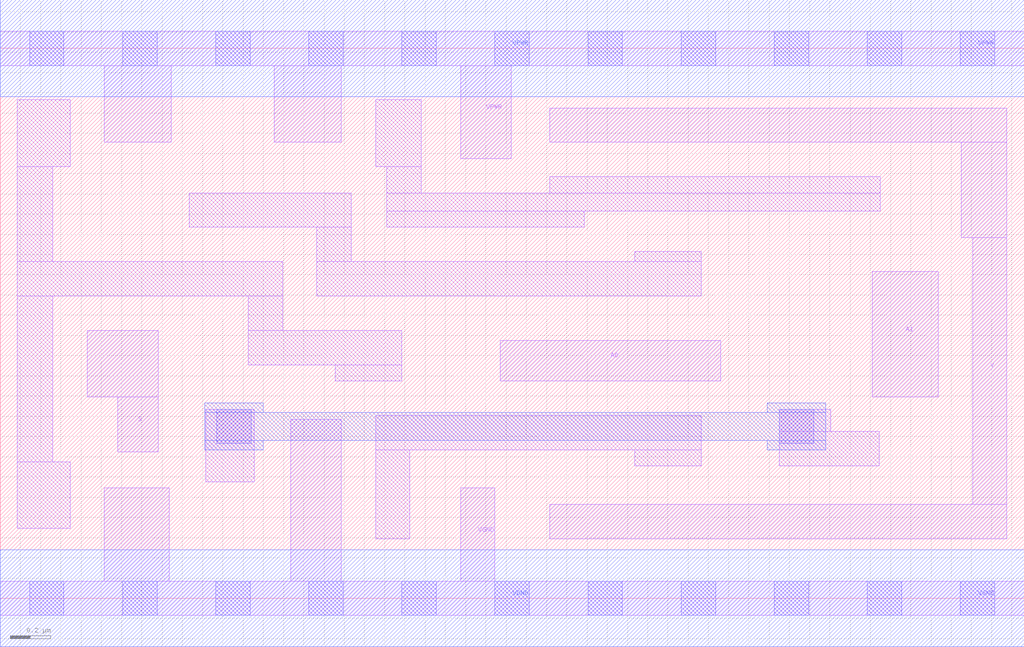
<source format=lef>
# Copyright 2020 The SkyWater PDK Authors
#
# Licensed under the Apache License, Version 2.0 (the "License");
# you may not use this file except in compliance with the License.
# You may obtain a copy of the License at
#
#     https://www.apache.org/licenses/LICENSE-2.0
#
# Unless required by applicable law or agreed to in writing, software
# distributed under the License is distributed on an "AS IS" BASIS,
# WITHOUT WARRANTIES OR CONDITIONS OF ANY KIND, either express or implied.
# See the License for the specific language governing permissions and
# limitations under the License.
#
# SPDX-License-Identifier: Apache-2.0

VERSION 5.7 ;
  NAMESCASESENSITIVE ON ;
  NOWIREEXTENSIONATPIN ON ;
  DIVIDERCHAR "/" ;
  BUSBITCHARS "[]" ;
UNITS
  DATABASE MICRONS 200 ;
END UNITS
MACRO sky130_fd_sc_hd__mux2i_2
  CLASS CORE ;
  SOURCE USER ;
  FOREIGN sky130_fd_sc_hd__mux2i_2 ;
  ORIGIN  0.000000  0.000000 ;
  SIZE  5.060000 BY  2.720000 ;
  SYMMETRY X Y R90 ;
  SITE unithd ;
  PIN A0
    ANTENNAGATEAREA  0.495000 ;
    DIRECTION INPUT ;
    USE SIGNAL ;
    PORT
      LAYER li1 ;
        RECT 2.470000 1.075000 3.560000 1.275000 ;
    END
  END A0
  PIN A1
    ANTENNAGATEAREA  0.495000 ;
    DIRECTION INPUT ;
    USE SIGNAL ;
    PORT
      LAYER li1 ;
        RECT 4.310000 0.995000 4.635000 1.615000 ;
    END
  END A1
  PIN S
    ANTENNAGATEAREA  0.742500 ;
    DIRECTION INPUT ;
    USE SIGNAL ;
    PORT
      LAYER li1 ;
        RECT 0.430000 0.995000 0.780000 1.325000 ;
        RECT 0.580000 0.725000 0.780000 0.995000 ;
    END
  END S
  PIN Y
    ANTENNADIFFAREA  1.691250 ;
    DIRECTION OUTPUT ;
    USE SIGNAL ;
    PORT
      LAYER li1 ;
        RECT 2.715000 0.295000 4.975000 0.465000 ;
        RECT 2.715000 2.255000 4.975000 2.425000 ;
        RECT 4.750000 1.785000 4.975000 2.255000 ;
        RECT 4.805000 0.465000 4.975000 1.785000 ;
    END
  END Y
  PIN VGND
    DIRECTION INOUT ;
    SHAPE ABUTMENT ;
    USE GROUND ;
    PORT
      LAYER li1 ;
        RECT 0.000000 -0.085000 5.060000 0.085000 ;
        RECT 0.515000  0.085000 0.835000 0.545000 ;
        RECT 1.435000  0.085000 1.685000 0.885000 ;
        RECT 2.275000  0.085000 2.445000 0.545000 ;
      LAYER mcon ;
        RECT 0.145000 -0.085000 0.315000 0.085000 ;
        RECT 0.605000 -0.085000 0.775000 0.085000 ;
        RECT 1.065000 -0.085000 1.235000 0.085000 ;
        RECT 1.525000 -0.085000 1.695000 0.085000 ;
        RECT 1.985000 -0.085000 2.155000 0.085000 ;
        RECT 2.445000 -0.085000 2.615000 0.085000 ;
        RECT 2.905000 -0.085000 3.075000 0.085000 ;
        RECT 3.365000 -0.085000 3.535000 0.085000 ;
        RECT 3.825000 -0.085000 3.995000 0.085000 ;
        RECT 4.285000 -0.085000 4.455000 0.085000 ;
        RECT 4.745000 -0.085000 4.915000 0.085000 ;
      LAYER met1 ;
        RECT 0.000000 -0.240000 5.060000 0.240000 ;
    END
  END VGND
  PIN VPWR
    DIRECTION INOUT ;
    SHAPE ABUTMENT ;
    USE POWER ;
    PORT
      LAYER li1 ;
        RECT 0.000000 2.635000 5.060000 2.805000 ;
        RECT 0.515000 2.255000 0.845000 2.635000 ;
        RECT 1.355000 2.255000 1.685000 2.635000 ;
        RECT 2.275000 2.175000 2.525000 2.635000 ;
      LAYER mcon ;
        RECT 0.145000 2.635000 0.315000 2.805000 ;
        RECT 0.605000 2.635000 0.775000 2.805000 ;
        RECT 1.065000 2.635000 1.235000 2.805000 ;
        RECT 1.525000 2.635000 1.695000 2.805000 ;
        RECT 1.985000 2.635000 2.155000 2.805000 ;
        RECT 2.445000 2.635000 2.615000 2.805000 ;
        RECT 2.905000 2.635000 3.075000 2.805000 ;
        RECT 3.365000 2.635000 3.535000 2.805000 ;
        RECT 3.825000 2.635000 3.995000 2.805000 ;
        RECT 4.285000 2.635000 4.455000 2.805000 ;
        RECT 4.745000 2.635000 4.915000 2.805000 ;
      LAYER met1 ;
        RECT 0.000000 2.480000 5.060000 2.960000 ;
    END
  END VPWR
  OBS
    LAYER li1 ;
      RECT 0.085000 0.345000 0.345000 0.675000 ;
      RECT 0.085000 0.675000 0.260000 1.495000 ;
      RECT 0.085000 1.495000 1.395000 1.665000 ;
      RECT 0.085000 1.665000 0.260000 2.135000 ;
      RECT 0.085000 2.135000 0.345000 2.465000 ;
      RECT 0.935000 1.835000 1.735000 2.005000 ;
      RECT 1.015000 0.575000 1.255000 0.935000 ;
      RECT 1.225000 1.155000 1.985000 1.325000 ;
      RECT 1.225000 1.325000 1.395000 1.495000 ;
      RECT 1.565000 1.495000 3.465000 1.665000 ;
      RECT 1.565000 1.665000 1.735000 1.835000 ;
      RECT 1.655000 1.075000 1.985000 1.155000 ;
      RECT 1.855000 0.295000 2.025000 0.735000 ;
      RECT 1.855000 0.735000 3.465000 0.905000 ;
      RECT 1.855000 2.135000 2.080000 2.465000 ;
      RECT 1.910000 1.835000 2.885000 1.915000 ;
      RECT 1.910000 1.915000 4.350000 2.005000 ;
      RECT 1.910000 2.005000 2.080000 2.135000 ;
      RECT 2.715000 2.005000 4.350000 2.085000 ;
      RECT 3.135000 0.655000 3.465000 0.735000 ;
      RECT 3.135000 1.665000 3.465000 1.715000 ;
      RECT 3.850000 0.655000 4.345000 0.825000 ;
      RECT 3.850000 0.825000 4.105000 0.935000 ;
    LAYER mcon ;
      RECT 1.070000 0.765000 1.240000 0.935000 ;
      RECT 3.850000 0.765000 4.020000 0.935000 ;
    LAYER met1 ;
      RECT 1.010000 0.735000 1.300000 0.780000 ;
      RECT 1.010000 0.780000 4.080000 0.920000 ;
      RECT 1.010000 0.920000 1.300000 0.965000 ;
      RECT 3.790000 0.735000 4.080000 0.780000 ;
      RECT 3.790000 0.920000 4.080000 0.965000 ;
  END
END sky130_fd_sc_hd__mux2i_2

</source>
